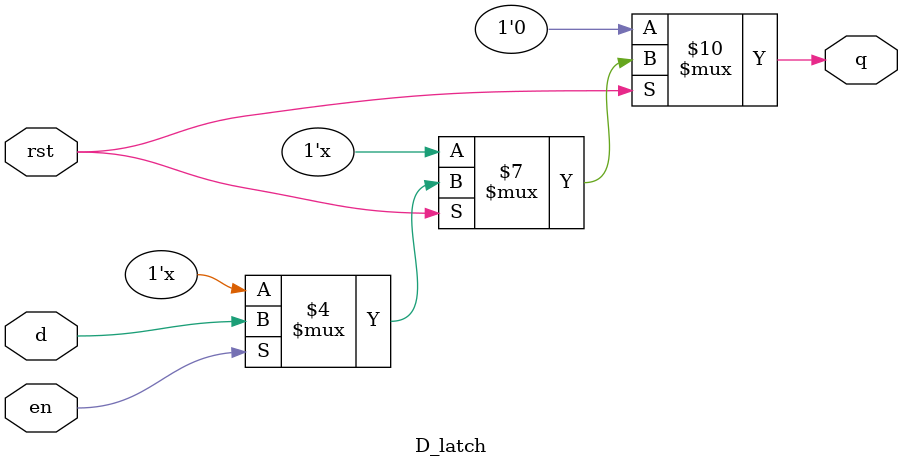
<source format=v>
module D_latch (  input d,           // 1-bit input pin for data  
                  input en,          // 1-bit input pin for enabling the latch  
                  input rst,       // 1-bit input pin for active-low reset  
                  output reg q);     // 1-bit output pin for data output  
  
   // This always block is "always" triggered whenever en/rstn/d changes  
   // If reset is asserted, then the output will be zero   
   // Else as long as enable is high, output q follows input d  
  
   always @ (en or d or rst) begin
         if (~rst) begin 
          q = 1'b0;
        end  
      else if (en) begin  
            q = d; 
      end
	end
endmodule  
</source>
